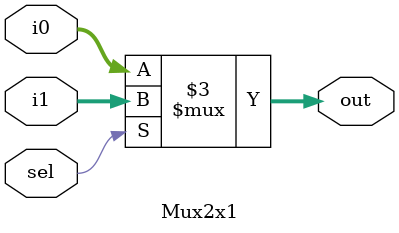
<source format=v>
module Mux2x1 (
	
    i0,i1,out,sel
);

parameter n=32;
input [n-1:0] i0;  // Input data for '0' selector
input [n-1:0] i1;  // Input data for '1' selector
    input sel;        // Selection control (0 for 'i0', 1 for 'i1')
    output reg [n-1:0] out;  // Output data based on selection

    always @(*) begin
        if (sel) begin
            out = i1;  // When 'sel' is 1, output 'i1'
        end else begin
            out = i0;  // When 'sel' is 0, output 'i0'
        end
    end

endmodule
</source>
